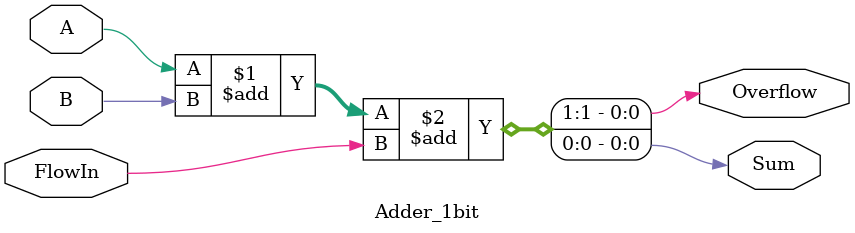
<source format=v>
`timescale 1ns / 1ps

module adder(
    input [3:0] A,
    input [3:0] B,
    input Clk,
    input En,
    output [3:0] Sum,
    output Overflow
    );
	
	reg [3:0] a,b;
	initial
	begin
		a = 4'b0;
		b = 4'b0;
	end
	// ÑÓ³Ù¸üÐÂ£¨ÊäÈë£©ÓÃ¼Ä´æÆ÷
	always@(posedge Clk)
	begin
		if (En)
		begin
			a = A;
			b = B;
		end
	end
	
	wire [3:0] result;
	wire [3:0] tmp;
	// ÓÃwire²»ÓÃreg£¬Ïàµ±ÓÚÒ»¸ö´óµÄ×éºÏµçÂ·
	Adder_1bit bit0(.A(a[0]), .B(b[0]), .FlowIn(0),       .Sum(result[0]), .Overflow(tmp[0]));
	Adder_1bit bit1(.A(a[1]), .B(b[1]), .FlowIn(tmp[0]),  .Sum(result[1]), .Overflow(tmp[1]));
	Adder_1bit bit2(.A(a[2]), .B(b[2]), .FlowIn(tmp[1]),  .Sum(result[2]), .Overflow(tmp[2]));
	Adder_1bit bit3(.A(a[3]), .B(b[3]), .FlowIn(tmp[2]),  .Sum(result[3]), .Overflow(tmp[3]));
	assign Overflow = tmp[3];
	assign Sum = result;
endmodule

module Adder_1bit(
    input A,
    input B,
	input FlowIn,
    output Sum,
    output Overflow
    );
	// ×éºÏÂß¼­
	assign {Overflow, Sum} = A + B + FlowIn;
endmodule

</source>
